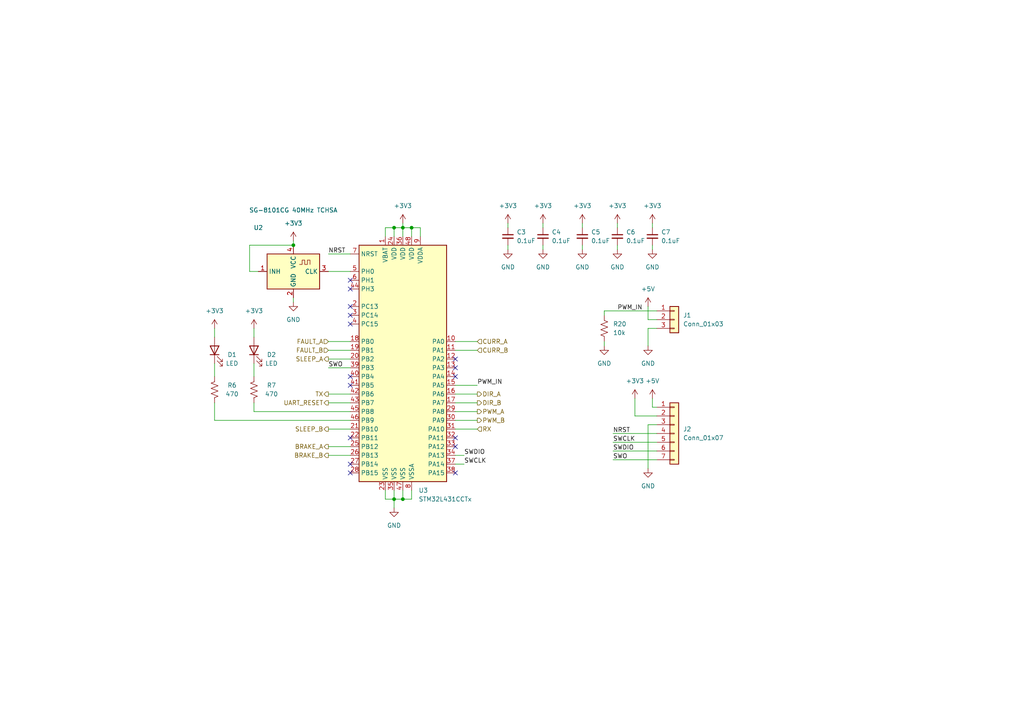
<source format=kicad_sch>
(kicad_sch (version 20211123) (generator eeschema)
  (paper "A4")
  (lib_symbols
    (symbol "Connector_Generic:Conn_01x03" (pin_names (offset 1.016) hide)
      (property "Reference" "J" (at 0 5.08 0))
      (property "Value" "Conn_01x03" (at 0 -5.08 0))
      (symbol "Conn_01x03_1_1"
        (rectangle (start -1.27 -2.413) (end 0 -2.667) (stroke (width 0.1524)))
        (rectangle (start -1.27 0.127) (end 0 -0.127) (stroke (width 0.1524)))
        (rectangle (start -1.27 2.667) (end 0 2.413) (stroke (width 0.1524)))
        (rectangle (start -1.27 3.81) (end 1.27 -3.81) (stroke (width 0.254)) (fill (type background)))
        (pin passive line (at -5.08 2.54 0) (length 3.81) (name "Pin_1") (number "1"))
        (pin passive line (at -5.08 0 0) (length 3.81) (name "Pin_2") (number "2"))
        (pin passive line (at -5.08 -2.54 0) (length 3.81) (name "Pin_3") (number "3"))
      )
    )
    (symbol "Connector_Generic:Conn_01x07" (pin_names (offset 1.016) hide)
      (property "Reference" "J" (at 0 10.16 0))
      (property "Value" "Conn_01x07" (at 0 -10.16 0))
      (symbol "Conn_01x07_1_1"
        (rectangle (start -1.27 -7.493) (end 0 -7.747) (stroke (width 0.1524)))
        (rectangle (start -1.27 -4.953) (end 0 -5.207) (stroke (width 0.1524)))
        (rectangle (start -1.27 -2.413) (end 0 -2.667) (stroke (width 0.1524)))
        (rectangle (start -1.27 0.127) (end 0 -0.127) (stroke (width 0.1524)))
        (rectangle (start -1.27 2.667) (end 0 2.413) (stroke (width 0.1524)))
        (rectangle (start -1.27 5.207) (end 0 4.953) (stroke (width 0.1524)))
        (rectangle (start -1.27 7.747) (end 0 7.493) (stroke (width 0.1524)))
        (rectangle (start -1.27 8.89) (end 1.27 -8.89) (stroke (width 0.254)) (fill (type background)))
        (pin passive line (at -5.08 7.62 0) (length 3.81) (name "Pin_1") (number "1"))
        (pin passive line (at -5.08 5.08 0) (length 3.81) (name "Pin_2") (number "2"))
        (pin passive line (at -5.08 2.54 0) (length 3.81) (name "Pin_3") (number "3"))
        (pin passive line (at -5.08 0 0) (length 3.81) (name "Pin_4") (number "4"))
        (pin passive line (at -5.08 -2.54 0) (length 3.81) (name "Pin_5") (number "5"))
        (pin passive line (at -5.08 -5.08 0) (length 3.81) (name "Pin_6") (number "6"))
        (pin passive line (at -5.08 -7.62 0) (length 3.81) (name "Pin_7") (number "7"))
      )
    )
    (symbol "Device:C_Small" (pin_numbers hide) (pin_names (offset 0.254) hide)
      (property "Reference" "C" (at 0.254 1.778 0))
      (property "Value" "C_Small" (at 0.254 -2.032 0))
      (symbol "C_Small_0_1"
        (polyline (pts (xy -1.524 -0.508) (xy 1.524 -0.508)) (stroke (width 0.3302)))
        (polyline (pts (xy -1.524 0.508) (xy 1.524 0.508)) (stroke (width 0.3048)))
      )
      (symbol "C_Small_1_1"
        (pin passive line (at 0 2.54 270) (length 2.032) (name "~") (number "1"))
        (pin passive line (at 0 -2.54 90) (length 2.032) (name "~") (number "2"))
      )
    )
    (symbol "Device:LED" (pin_numbers hide) (pin_names (offset 1.016) hide)
      (property "Reference" "D" (at 0 2.54 0))
      (property "Value" "LED" (at 0 -2.54 0))
      (symbol "LED_0_1"
        (polyline (pts (xy -1.27 -1.27) (xy -1.27 1.27)) (stroke (width 0.254)))
        (polyline (pts (xy -1.27 0) (xy 1.27 0)))
        (polyline (pts (xy 1.27 -1.27) (xy 1.27 1.27) (xy -1.27 0) (xy 1.27 -1.27)) (stroke (width 0.254)))
        (polyline (pts (xy -3.048 -0.762) (xy -4.572 -2.286) (xy -3.81 -2.286) (xy -4.572 -2.286) (xy -4.572 -1.524)))
        (polyline (pts (xy -1.778 -0.762) (xy -3.302 -2.286) (xy -2.54 -2.286) (xy -3.302 -2.286) (xy -3.302 -1.524)))
      )
      (symbol "LED_1_1"
        (pin passive line (at -3.81 0 0) (length 2.54) (name "K") (number "1"))
        (pin passive line (at 3.81 0 180) (length 2.54) (name "A") (number "2"))
      )
    )
    (symbol "Device:R_US" (pin_numbers hide) (pin_names (offset 0))
      (property "Reference" "R" (at 2.54 0 90))
      (property "Value" "R_US" (at -2.54 0 90))
      (symbol "R_US_0_1"
        (polyline (pts (xy 0 -2.286) (xy 0 -2.54)))
        (polyline (pts (xy 0 2.286) (xy 0 2.54)))
        (polyline (pts (xy 0 -0.762) (xy 1.016 -1.143) (xy 0 -1.524) (xy -1.016 -1.905) (xy 0 -2.286)))
        (polyline (pts (xy 0 0.762) (xy 1.016 0.381) (xy 0 0) (xy -1.016 -0.381) (xy 0 -0.762)))
        (polyline (pts (xy 0 2.286) (xy 1.016 1.905) (xy 0 1.524) (xy -1.016 1.143) (xy 0 0.762)))
      )
      (symbol "R_US_1_1"
        (pin passive line (at 0 3.81 270) (length 1.27) (name "~") (number "1"))
        (pin passive line (at 0 -3.81 90) (length 1.27) (name "~") (number "2"))
      )
    )
    (symbol "MCU_ST_STM32L4:STM32L431CCTx"
      (property "Reference" "U" (at -12.7 34.29 0))
      (property "Value" "STM32L431CCTx" (at 7.62 34.29 0))
      (symbol "STM32L431CCTx_0_1"
        (rectangle (start -12.7 -35.56) (end 12.7 33.02) (stroke (width 0.254)) (fill (type background)))
      )
      (symbol "STM32L431CCTx_1_1"
        (pin power_in line (at -5.08 35.56 270) (length 2.54) (name "VBAT") (number "1"))
        (pin bidirectional line (at 15.24 5.08 180) (length 2.54) (name "PA0") (number "10"))
        (pin bidirectional line (at 15.24 2.54 180) (length 2.54) (name "PA1") (number "11"))
        (pin bidirectional line (at 15.24 0 180) (length 2.54) (name "PA2") (number "12"))
        (pin bidirectional line (at 15.24 -2.54 180) (length 2.54) (name "PA3") (number "13"))
        (pin bidirectional line (at 15.24 -5.08 180) (length 2.54) (name "PA4") (number "14"))
        (pin bidirectional line (at 15.24 -7.62 180) (length 2.54) (name "PA5") (number "15"))
        (pin bidirectional line (at 15.24 -10.16 180) (length 2.54) (name "PA6") (number "16"))
        (pin bidirectional line (at 15.24 -12.7 180) (length 2.54) (name "PA7") (number "17"))
        (pin bidirectional line (at -15.24 5.08 0) (length 2.54) (name "PB0") (number "18"))
        (pin bidirectional line (at -15.24 2.54 0) (length 2.54) (name "PB1") (number "19"))
        (pin bidirectional line (at -15.24 15.24 0) (length 2.54) (name "PC13") (number "2"))
        (pin bidirectional line (at -15.24 0 0) (length 2.54) (name "PB2") (number "20"))
        (pin bidirectional line (at -15.24 -20.32 0) (length 2.54) (name "PB10") (number "21"))
        (pin bidirectional line (at -15.24 -22.86 0) (length 2.54) (name "PB11") (number "22"))
        (pin power_in line (at -5.08 -38.1 90) (length 2.54) (name "VSS") (number "23"))
        (pin power_in line (at -2.54 35.56 270) (length 2.54) (name "VDD") (number "24"))
        (pin bidirectional line (at -15.24 -25.4 0) (length 2.54) (name "PB12") (number "25"))
        (pin bidirectional line (at -15.24 -27.94 0) (length 2.54) (name "PB13") (number "26"))
        (pin bidirectional line (at -15.24 -30.48 0) (length 2.54) (name "PB14") (number "27"))
        (pin bidirectional line (at -15.24 -33.02 0) (length 2.54) (name "PB15") (number "28"))
        (pin bidirectional line (at 15.24 -15.24 180) (length 2.54) (name "PA8") (number "29"))
        (pin bidirectional line (at -15.24 12.7 0) (length 2.54) (name "PC14") (number "3"))
        (pin bidirectional line (at 15.24 -17.78 180) (length 2.54) (name "PA9") (number "30"))
        (pin bidirectional line (at 15.24 -20.32 180) (length 2.54) (name "PA10") (number "31"))
        (pin bidirectional line (at 15.24 -22.86 180) (length 2.54) (name "PA11") (number "32"))
        (pin bidirectional line (at 15.24 -25.4 180) (length 2.54) (name "PA12") (number "33"))
        (pin bidirectional line (at 15.24 -27.94 180) (length 2.54) (name "PA13") (number "34"))
        (pin power_in line (at -2.54 -38.1 90) (length 2.54) (name "VSS") (number "35"))
        (pin power_in line (at 0 35.56 270) (length 2.54) (name "VDD") (number "36"))
        (pin bidirectional line (at 15.24 -30.48 180) (length 2.54) (name "PA14") (number "37"))
        (pin bidirectional line (at 15.24 -33.02 180) (length 2.54) (name "PA15") (number "38"))
        (pin bidirectional line (at -15.24 -2.54 0) (length 2.54) (name "PB3") (number "39"))
        (pin bidirectional line (at -15.24 10.16 0) (length 2.54) (name "PC15") (number "4"))
        (pin bidirectional line (at -15.24 -5.08 0) (length 2.54) (name "PB4") (number "40"))
        (pin bidirectional line (at -15.24 -7.62 0) (length 2.54) (name "PB5") (number "41"))
        (pin bidirectional line (at -15.24 -10.16 0) (length 2.54) (name "PB6") (number "42"))
        (pin bidirectional line (at -15.24 -12.7 0) (length 2.54) (name "PB7") (number "43"))
        (pin bidirectional line (at -15.24 20.32 0) (length 2.54) (name "PH3") (number "44"))
        (pin bidirectional line (at -15.24 -15.24 0) (length 2.54) (name "PB8") (number "45"))
        (pin bidirectional line (at -15.24 -17.78 0) (length 2.54) (name "PB9") (number "46"))
        (pin power_in line (at 0 -38.1 90) (length 2.54) (name "VSS") (number "47"))
        (pin power_in line (at 2.54 35.56 270) (length 2.54) (name "VDD") (number "48"))
        (pin input line (at -15.24 25.4 0) (length 2.54) (name "PH0") (number "5"))
        (pin input line (at -15.24 22.86 0) (length 2.54) (name "PH1") (number "6"))
        (pin input line (at -15.24 30.48 0) (length 2.54) (name "NRST") (number "7"))
        (pin power_in line (at 2.54 -38.1 90) (length 2.54) (name "VSSA") (number "8"))
        (pin power_in line (at 5.08 35.56 270) (length 2.54) (name "VDDA") (number "9"))
      )
    )
    (symbol "Oscillator:KC2520Z"
      (property "Reference" "U" (at 2.54 12.7 0))
      (property "Value" "KC2520Z" (at 6.35 10.16 0))
      (symbol "KC2520Z_0_1"
        (rectangle (start -7.62 5.08) (end 7.62 -5.08) (stroke (width 0.254)) (fill (type background)))
      )
      (symbol "KC2520Z_1_1"
        (polyline (pts (xy 1.778 2.032) (xy 2.54 2.032) (xy 2.54 3.302) (xy 3.302 3.302) (xy 3.302 2.032) (xy 4.064 2.032) (xy 4.064 3.302) (xy 4.826 3.302) (xy 4.826 2.032)))
        (pin input line (at -10.16 0 0) (length 2.54) (name "INH") (number "1"))
        (pin power_in line (at 0 -7.62 90) (length 2.54) (name "GND") (number "2"))
        (pin output line (at 10.16 0 180) (length 2.54) (name "CLK") (number "3"))
        (pin power_in line (at 0 7.62 270) (length 2.54) (name "VCC") (number "4"))
      )
    )
    (symbol "power:+3V3" (power) (pin_names (offset 0))
      (property "Value" "+3V3" (at 0 3.556 0))
      (symbol "+3V3_0_1"
        (polyline (pts (xy -0.762 1.27) (xy 0 2.54)))
        (polyline (pts (xy 0 0) (xy 0 2.54)))
        (polyline (pts (xy 0 2.54) (xy 0.762 1.27)))
      )
      (symbol "+3V3_1_1"
        (pin power_in line (at 0 0 90) (length 0) hide (name "+3V3") (number "1"))
      )
    )
    (symbol "power:+5V" (power) (pin_names (offset 0))
      (property "Value" "+5V" (at 0 3.556 0))
      (symbol "+5V_0_1"
        (polyline (pts (xy -0.762 1.27) (xy 0 2.54)))
        (polyline (pts (xy 0 0) (xy 0 2.54)))
        (polyline (pts (xy 0 2.54) (xy 0.762 1.27)))
      )
      (symbol "+5V_1_1"
        (pin power_in line (at 0 0 90) (length 0) hide (name "+5V") (number "1"))
      )
    )
    (symbol "power:GND" (power) (pin_names (offset 0))
      (property "Value" "GND" (at 0 -3.81 0))
      (symbol "GND_0_1"
        (polyline (pts (xy 0 0) (xy 0 -1.27) (xy 1.27 -1.27) (xy 0 -2.54) (xy -1.27 -1.27) (xy 0 -1.27)))
      )
      (symbol "GND_1_1"
        (pin power_in line (at 0 0 270) (length 0) hide (name "GND") (number "1"))
      )
    )
  )
  (junction (at 85.09 71.12))
  (junction (at 116.84 66.04))
  (junction (at 119.38 66.04))
  (junction (at 114.3 144.78))
  (junction (at 116.84 144.78))
  (junction (at 114.3 66.04))
  (no_connect (at 132.08 104.14))
  (no_connect (at 132.08 129.54))
  (no_connect (at 101.6 134.62))
  (no_connect (at 101.6 111.76))
  (no_connect (at 101.6 137.16))
  (no_connect (at 101.6 81.28))
  (no_connect (at 132.08 109.22))
  (no_connect (at 101.6 83.82))
  (no_connect (at 101.6 93.98))
  (no_connect (at 101.6 127))
  (no_connect (at 132.08 106.68))
  (no_connect (at 101.6 109.22))
  (no_connect (at 132.08 137.16))
  (no_connect (at 101.6 88.9))
  (no_connect (at 101.6 91.44))
  (no_connect (at 132.08 127))
  (wire (pts (xy 175.26 90.17) (xy 175.26 91.44)))
  (wire (pts (xy 73.66 95.25) (xy 73.66 97.79)))
  (wire (pts (xy 95.25 116.84) (xy 101.6 116.84)))
  (wire (pts (xy 116.84 66.04) (xy 116.84 68.58)))
  (wire (pts (xy 168.91 71.12) (xy 168.91 72.39)))
  (wire (pts (xy 114.3 144.78) (xy 116.84 144.78)))
  (wire (pts (xy 157.48 71.12) (xy 157.48 72.39)))
  (wire (pts (xy 132.08 116.84) (xy 138.43 116.84)))
  (wire (pts (xy 175.26 90.17) (xy 190.5 90.17)))
  (wire (pts (xy 111.76 144.78) (xy 111.76 142.24)))
  (wire (pts (xy 179.07 71.12) (xy 179.07 72.39)))
  (wire (pts (xy 132.08 99.06) (xy 138.43 99.06)))
  (wire (pts (xy 132.08 134.62) (xy 134.62 134.62)))
  (wire (pts (xy 95.25 124.46) (xy 101.6 124.46)))
  (wire (pts (xy 184.15 120.65) (xy 190.5 120.65)))
  (wire (pts (xy 95.25 78.74) (xy 101.6 78.74)))
  (wire (pts (xy 116.84 66.04) (xy 114.3 66.04)))
  (wire (pts (xy 187.96 88.9) (xy 187.96 92.71)))
  (wire (pts (xy 132.08 119.38) (xy 138.43 119.38)))
  (wire (pts (xy 116.84 66.04) (xy 119.38 66.04)))
  (wire (pts (xy 114.3 144.78) (xy 111.76 144.78)))
  (wire (pts (xy 95.25 106.68) (xy 101.6 106.68)))
  (wire (pts (xy 116.84 144.78) (xy 119.38 144.78)))
  (wire (pts (xy 187.96 92.71) (xy 190.5 92.71)))
  (wire (pts (xy 85.09 86.36) (xy 85.09 87.63)))
  (wire (pts (xy 95.25 129.54) (xy 101.6 129.54)))
  (wire (pts (xy 73.66 105.41) (xy 73.66 109.22)))
  (wire (pts (xy 85.09 69.85) (xy 85.09 71.12)))
  (wire (pts (xy 62.23 105.41) (xy 62.23 109.22)))
  (wire (pts (xy 119.38 66.04) (xy 119.38 68.58)))
  (wire (pts (xy 157.48 64.77) (xy 157.48 66.04)))
  (wire (pts (xy 189.23 64.77) (xy 189.23 66.04)))
  (wire (pts (xy 95.25 132.08) (xy 101.6 132.08)))
  (wire (pts (xy 114.3 142.24) (xy 114.3 144.78)))
  (wire (pts (xy 168.91 64.77) (xy 168.91 66.04)))
  (wire (pts (xy 177.8 133.35) (xy 190.5 133.35)))
  (wire (pts (xy 184.15 115.57) (xy 184.15 120.65)))
  (wire (pts (xy 95.25 104.14) (xy 101.6 104.14)))
  (wire (pts (xy 73.66 119.38) (xy 101.6 119.38)))
  (wire (pts (xy 95.25 114.3) (xy 101.6 114.3)))
  (wire (pts (xy 114.3 144.78) (xy 114.3 147.32)))
  (wire (pts (xy 132.08 132.08) (xy 134.62 132.08)))
  (wire (pts (xy 121.92 66.04) (xy 121.92 68.58)))
  (wire (pts (xy 62.23 121.92) (xy 101.6 121.92)))
  (wire (pts (xy 116.84 64.77) (xy 116.84 66.04)))
  (wire (pts (xy 111.76 66.04) (xy 111.76 68.58)))
  (wire (pts (xy 119.38 144.78) (xy 119.38 142.24)))
  (wire (pts (xy 132.08 101.6) (xy 138.43 101.6)))
  (wire (pts (xy 179.07 64.77) (xy 179.07 66.04)))
  (wire (pts (xy 189.23 71.12) (xy 189.23 72.39)))
  (wire (pts (xy 72.39 78.74) (xy 74.93 78.74)))
  (wire (pts (xy 114.3 66.04) (xy 114.3 68.58)))
  (wire (pts (xy 132.08 114.3) (xy 138.43 114.3)))
  (wire (pts (xy 187.96 135.89) (xy 187.96 123.19)))
  (wire (pts (xy 177.8 130.81) (xy 190.5 130.81)))
  (wire (pts (xy 177.8 128.27) (xy 190.5 128.27)))
  (wire (pts (xy 189.23 115.57) (xy 189.23 118.11)))
  (wire (pts (xy 95.25 73.66) (xy 101.6 73.66)))
  (wire (pts (xy 189.23 118.11) (xy 190.5 118.11)))
  (wire (pts (xy 147.32 64.77) (xy 147.32 66.04)))
  (wire (pts (xy 187.96 95.25) (xy 190.5 95.25)))
  (wire (pts (xy 62.23 95.25) (xy 62.23 97.79)))
  (wire (pts (xy 62.23 116.84) (xy 62.23 121.92)))
  (wire (pts (xy 95.25 101.6) (xy 101.6 101.6)))
  (wire (pts (xy 177.8 125.73) (xy 190.5 125.73)))
  (wire (pts (xy 73.66 116.84) (xy 73.66 119.38)))
  (wire (pts (xy 138.43 124.46) (xy 132.08 124.46)))
  (wire (pts (xy 116.84 144.78) (xy 116.84 142.24)))
  (wire (pts (xy 187.96 123.19) (xy 190.5 123.19)))
  (wire (pts (xy 114.3 66.04) (xy 111.76 66.04)))
  (wire (pts (xy 95.25 99.06) (xy 101.6 99.06)))
  (wire (pts (xy 72.39 78.74) (xy 72.39 71.12)))
  (wire (pts (xy 147.32 71.12) (xy 147.32 72.39)))
  (wire (pts (xy 132.08 111.76) (xy 138.43 111.76)))
  (wire (pts (xy 72.39 71.12) (xy 85.09 71.12)))
  (wire (pts (xy 175.26 99.06) (xy 175.26 100.33)))
  (wire (pts (xy 119.38 66.04) (xy 121.92 66.04)))
  (wire (pts (xy 187.96 100.33) (xy 187.96 95.25)))
  (wire (pts (xy 132.08 121.92) (xy 138.43 121.92)))
  (label "PWM_IN" (at 179.07 90.17 0))
  (label "SWDIO" (at 177.8 130.81 0))
  (label "PWM_IN" (at 138.43 111.76 0))
  (label "NRST" (at 95.25 73.66 0))
  (label "SWCLK" (at 134.62 134.62 0))
  (label "SWCLK" (at 177.8 128.27 0))
  (label "SWO" (at 95.25 106.68 0))
  (label "NRST" (at 177.8 125.73 0))
  (label "SWDIO" (at 134.62 132.08 0))
  (label "SWO" (at 177.8 133.35 0))
  (hierarchical_label "FAULT_B" (shape input) (at 95.25 101.6 180))
  (hierarchical_label "SLEEP_B" (shape output) (at 95.25 124.46 180))
  (hierarchical_label "BRAKE_B" (shape output) (at 95.25 132.08 180))
  (hierarchical_label "PWM_A" (shape output) (at 138.43 119.38 0))
  (hierarchical_label "FAULT_A" (shape input) (at 95.25 99.06 180))
  (hierarchical_label "BRAKE_A" (shape output) (at 95.25 129.54 180))
  (hierarchical_label "SLEEP_A" (shape output) (at 95.25 104.14 180))
  (hierarchical_label "PWM_B" (shape output) (at 138.43 121.92 0))
  (hierarchical_label "DIR_A" (shape output) (at 138.43 114.3 0))
  (hierarchical_label "DIR_B" (shape output) (at 138.43 116.84 0))
  (hierarchical_label "UART_RESET" (shape output) (at 95.25 116.84 180))
  (hierarchical_label "RX" (shape input) (at 138.43 124.46 0))
  (hierarchical_label "CURR_A" (shape input) (at 138.43 99.06 0))
  (hierarchical_label "TX" (shape output) (at 95.25 114.3 180))
  (hierarchical_label "CURR_B" (shape input) (at 138.43 101.6 0))
  (symbol (lib_id "power:GND") (at 189.23 72.39 0) (unit 1)
    (property "Reference" "#PWR027" (effects hide))
    (property "Value" "GND" (at 189.23 77.47 0))
  )
  (symbol (lib_id "Connector_Generic:Conn_01x03") (at 195.58 92.71 0) (unit 1)
    (property "Reference" "J1" (at 198.12 91.4399 0) (effects (justify left)))
    (property "Value" "Conn_01x03" (at 198.12 93.9799 0) (effects (justify left)))
    (property "Footprint" "Connector_PinHeader_2.54mm:PinHeader_1x03_P2.54mm_Vertical" (effects hide))
  )
  (symbol (lib_id "power:+3V3") (at 168.91 64.77 0) (unit 1)
    (property "Reference" "#PWR018" (effects hide))
    (property "Value" "+3V3" (at 168.91 59.69 0))
  )
  (symbol (lib_id "power:GND") (at 114.3 147.32 0) (unit 1)
    (property "Reference" "#PWR012" (effects hide))
    (property "Value" "GND" (at 114.3 152.4 0))
  )
  (symbol (lib_id "power:+3V3") (at 85.09 69.85 0) (unit 1)
    (property "Reference" "#PWR010" (effects hide))
    (property "Value" "+3V3" (at 85.09 64.77 0))
  )
  (symbol (lib_id "power:GND") (at 179.07 72.39 0) (unit 1)
    (property "Reference" "#PWR021" (effects hide))
    (property "Value" "GND" (at 179.07 77.47 0))
  )
  (symbol (lib_id "power:+5V") (at 187.96 88.9 0) (unit 1)
    (property "Reference" "#PWR024" (effects hide))
    (property "Value" "+5V" (at 187.96 83.82 0))
  )
  (symbol (lib_id "power:GND") (at 187.96 135.89 0) (unit 1)
    (property "Reference" "#PWR0102" (effects hide))
    (property "Value" "GND" (at 187.96 140.97 0))
  )
  (symbol (lib_id "power:GND") (at 147.32 72.39 0) (unit 1)
    (property "Reference" "#PWR015" (effects hide))
    (property "Value" "GND" (at 147.32 77.47 0))
  )
  (symbol (lib_id "MCU_ST_STM32L4:STM32L431CCTx") (at 116.84 104.14 0) (unit 1)
    (property "Reference" "U3" (at 121.3994 142.24 0) (effects (justify left)))
    (property "Value" "STM32L431CCTx" (at 121.3994 144.78 0) (effects (justify left)))
    (property "Footprint" "Package_QFP:LQFP-48_7x7mm_P0.5mm" (effects hide))
    (property "Datasheet" "http://www.st.com/st-web-ui/static/active/en/resource/technical/document/datasheet/DM00257211.pdf" (effects hide))
    (property "LCSC Part Number" "C486681" (effects hide))
  )
  (symbol (lib_id "Device:C_Small") (at 147.32 68.58 0) (unit 1)
    (property "Reference" "C3" (at 149.86 67.3162 0) (effects (justify left)))
    (property "Value" "0.1uF" (at 149.86 69.8562 0) (effects (justify left)))
    (property "Footprint" "Capacitor_SMD:C_0402_1005Metric" (effects hide))
    (property "LCSC Part Number" "C131394" (effects hide))
  )
  (symbol (lib_id "Oscillator:KC2520Z") (at 85.09 78.74 0) (unit 1)
    (property "Reference" "U2" (at 74.93 66.04 0))
    (property "Value" "SG-8101CG 40MHz TCHSA" (at 85.09 60.96 0))
    (property "Footprint" "Crystal:Crystal_SMD_2520-4Pin_2.5x2.0mm" (effects hide))
    (property "LCSC Part Number" "C390542" (effects hide))
  )
  (symbol (lib_id "Device:C_Small") (at 168.91 68.58 0) (unit 1)
    (property "Reference" "C5" (at 171.45 67.3162 0) (effects (justify left)))
    (property "Value" "0.1uF" (at 171.45 69.8562 0) (effects (justify left)))
    (property "Footprint" "Capacitor_SMD:C_0402_1005Metric" (effects hide))
    (property "LCSC Part Number" "C131394" (effects hide))
  )
  (symbol (lib_id "Connector_Generic:Conn_01x07") (at 195.58 125.73 0) (unit 1)
    (property "Reference" "J2" (at 198.12 124.4599 0) (effects (justify left)))
    (property "Value" "Conn_01x07" (at 198.12 126.9999 0) (effects (justify left)))
    (property "Footprint" "Connector_PinHeader_2.54mm:PinHeader_1x07_P2.54mm_Vertical" (effects hide))
  )
  (symbol (lib_id "power:+5V") (at 189.23 115.57 0) (unit 1)
    (property "Reference" "#PWR028" (effects hide))
    (property "Value" "+5V" (at 189.23 110.49 0))
  )
  (symbol (lib_id "power:GND") (at 175.26 100.33 0) (unit 1)
    (property "Reference" "#PWR0101" (effects hide))
    (property "Value" "GND" (at 175.26 105.41 0))
  )
  (symbol (lib_id "Device:R_US") (at 175.26 95.25 0) (unit 1)
    (property "Reference" "R20" (at 177.8 93.9799 0) (effects (justify left)))
    (property "Value" "10k" (at 177.8 96.5199 0) (effects (justify left)))
    (property "Footprint" "Resistor_SMD:R_0402_1005Metric" (effects hide))
    (property "LCSC Part Number" "C60490" (effects hide))
  )
  (symbol (lib_id "Device:C_Small") (at 157.48 68.58 0) (unit 1)
    (property "Reference" "C4" (at 160.02 67.3162 0) (effects (justify left)))
    (property "Value" "0.1uF" (at 160.02 69.8562 0) (effects (justify left)))
    (property "Footprint" "Capacitor_SMD:C_0402_1005Metric" (effects hide))
    (property "LCSC Part Number" "C131394" (effects hide))
  )
  (symbol (lib_id "power:+3V3") (at 179.07 64.77 0) (unit 1)
    (property "Reference" "#PWR020" (effects hide))
    (property "Value" "+3V3" (at 179.07 59.69 0))
  )
  (symbol (lib_id "power:+3V3") (at 116.84 64.77 0) (unit 1)
    (property "Reference" "#PWR013" (effects hide))
    (property "Value" "+3V3" (at 116.84 59.69 0))
  )
  (symbol (lib_id "power:+3V3") (at 147.32 64.77 0) (unit 1)
    (property "Reference" "#PWR014" (effects hide))
    (property "Value" "+3V3" (at 147.32 59.69 0))
  )
  (symbol (lib_id "power:GND") (at 168.91 72.39 0) (unit 1)
    (property "Reference" "#PWR019" (effects hide))
    (property "Value" "GND" (at 168.91 77.47 0))
  )
  (symbol (lib_id "Device:R_US") (at 62.23 113.03 0) (mirror x) (unit 1)
    (property "Reference" "R6" (at 67.31 111.76 0))
    (property "Value" "470" (at 67.31 114.3 0))
    (property "Footprint" "Resistor_SMD:R_0603_1608Metric" (effects hide))
    (property "LCSC Part Number" "C23179" (effects hide))
  )
  (symbol (lib_id "Device:R_US") (at 73.66 113.03 0) (mirror x) (unit 1)
    (property "Reference" "R7" (at 78.74 111.76 0))
    (property "Value" "470" (at 78.74 114.3 0))
    (property "Footprint" "Resistor_SMD:R_0603_1608Metric" (effects hide))
    (property "LCSC Part Number" "C23179" (effects hide))
  )
  (symbol (lib_id "power:+3V3") (at 184.15 115.57 0) (unit 1)
    (property "Reference" "#PWR022" (effects hide))
    (property "Value" "+3V3" (at 184.15 110.49 0))
  )
  (symbol (lib_id "Device:C_Small") (at 179.07 68.58 0) (unit 1)
    (property "Reference" "C6" (at 181.61 67.3162 0) (effects (justify left)))
    (property "Value" "0.1uF" (at 181.61 69.8562 0) (effects (justify left)))
    (property "Footprint" "Capacitor_SMD:C_0402_1005Metric" (effects hide))
    (property "LCSC Part Number" "C131394" (effects hide))
  )
  (symbol (lib_id "power:+3V3") (at 62.23 95.25 0) (unit 1)
    (property "Reference" "#PWR08" (effects hide))
    (property "Value" "+3V3" (at 62.23 90.17 0))
  )
  (symbol (lib_id "power:+3V3") (at 73.66 95.25 0) (unit 1)
    (property "Reference" "#PWR09" (effects hide))
    (property "Value" "+3V3" (at 73.66 90.17 0))
  )
  (symbol (lib_id "Device:C_Small") (at 189.23 68.58 0) (unit 1)
    (property "Reference" "C7" (at 191.77 67.3162 0) (effects (justify left)))
    (property "Value" "0.1uF" (at 191.77 69.8562 0) (effects (justify left)))
    (property "Footprint" "Capacitor_SMD:C_0402_1005Metric" (effects hide))
    (property "LCSC Part Number" "C131394" (effects hide))
  )
  (symbol (lib_id "power:GND") (at 157.48 72.39 0) (unit 1)
    (property "Reference" "#PWR017" (effects hide))
    (property "Value" "GND" (at 157.48 77.47 0))
  )
  (symbol (lib_id "power:GND") (at 85.09 87.63 0) (unit 1)
    (property "Reference" "#PWR011" (effects hide))
    (property "Value" "GND" (at 85.09 92.71 0))
  )
  (symbol (lib_id "Device:LED") (at 62.23 101.6 90) (unit 1)
    (property "Reference" "D1" (at 67.31 102.87 90))
    (property "Value" "LED" (at 67.31 105.41 90))
    (property "Footprint" "LED_SMD:LED_0603_1608Metric" (effects hide))
    (property "LCSC Part Number" "C965807" (effects hide))
  )
  (symbol (lib_id "power:GND") (at 187.96 100.33 0) (unit 1)
    (property "Reference" "#PWR025" (effects hide))
    (property "Value" "GND" (at 187.96 105.41 0))
  )
  (symbol (lib_id "Device:LED") (at 73.66 101.6 90) (unit 1)
    (property "Reference" "D2" (at 78.74 102.87 90))
    (property "Value" "LED" (at 78.74 105.41 90))
    (property "Footprint" "LED_SMD:LED_0603_1608Metric" (effects hide))
    (property "LCSC Part Number" "C84263" (effects hide))
  )
  (symbol (lib_id "power:+3V3") (at 157.48 64.77 0) (unit 1)
    (property "Reference" "#PWR016" (effects hide))
    (property "Value" "+3V3" (at 157.48 59.69 0))
  )
  (symbol (lib_id "power:+3V3") (at 189.23 64.77 0) (unit 1)
    (property "Reference" "#PWR026" (effects hide))
    (property "Value" "+3V3" (at 189.23 59.69 0))
  )
)
</source>
